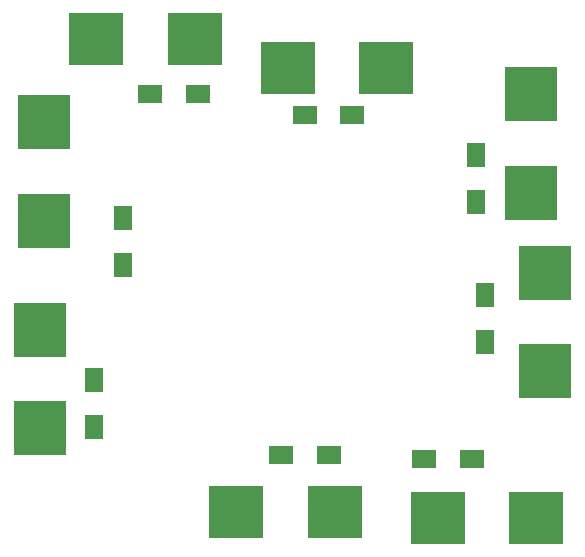
<source format=gbr>
G04 #@! TF.FileFunction,Paste,Bot*
%FSLAX46Y46*%
G04 Gerber Fmt 4.6, Leading zero omitted, Abs format (unit mm)*
G04 Created by KiCad (PCBNEW 4.0.4-snap1-stable) date Wed Apr 29 16:08:13 2020*
%MOMM*%
%LPD*%
G01*
G04 APERTURE LIST*
%ADD10C,0.100000*%
%ADD11R,2.000000X1.600000*%
%ADD12R,4.549140X4.399280*%
%ADD13R,1.600000X2.000000*%
%ADD14R,4.399280X4.549140*%
G04 APERTURE END LIST*
D10*
D11*
X183400000Y-110900000D03*
X187400000Y-110900000D03*
D12*
X192275760Y-78100000D03*
X183924240Y-78100000D03*
D11*
X195500000Y-111200000D03*
X199500000Y-111200000D03*
D12*
X204975760Y-116200000D03*
X196624240Y-116200000D03*
D13*
X200670000Y-97350000D03*
X200670000Y-101350000D03*
X169960000Y-94840000D03*
X169960000Y-90840000D03*
D11*
X185400000Y-82100000D03*
X189400000Y-82100000D03*
D14*
X205750000Y-103805760D03*
X205750000Y-95454240D03*
X163310000Y-82684240D03*
X163310000Y-91035760D03*
D12*
X187905760Y-115730000D03*
X179554240Y-115730000D03*
D13*
X167500000Y-108500000D03*
X167500000Y-104500000D03*
X199900000Y-89500000D03*
X199900000Y-85500000D03*
D11*
X176300000Y-80300000D03*
X172300000Y-80300000D03*
D14*
X162950000Y-100284240D03*
X162950000Y-108635760D03*
D12*
X167724240Y-75700000D03*
X176075760Y-75700000D03*
D14*
X204500000Y-80324240D03*
X204500000Y-88675760D03*
M02*

</source>
